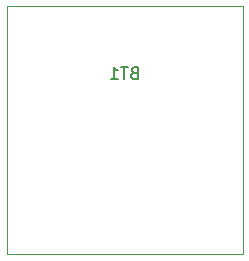
<source format=gbr>
%TF.GenerationSoftware,KiCad,Pcbnew,(6.0.11)*%
%TF.CreationDate,2023-09-04T13:57:40-04:00*%
%TF.ProjectId,BlinkyProject,426c696e-6b79-4507-926f-6a6563742e6b,rev?*%
%TF.SameCoordinates,Original*%
%TF.FileFunction,Legend,Bot*%
%TF.FilePolarity,Positive*%
%FSLAX46Y46*%
G04 Gerber Fmt 4.6, Leading zero omitted, Abs format (unit mm)*
G04 Created by KiCad (PCBNEW (6.0.11)) date 2023-09-04 13:57:40*
%MOMM*%
%LPD*%
G01*
G04 APERTURE LIST*
%ADD10C,0.150000*%
%ADD11C,0.100000*%
%ADD12C,0.090000*%
G04 APERTURE END LIST*
D10*
%TO.C,BT1*%
X167060714Y-116133571D02*
X166917857Y-116181190D01*
X166870238Y-116228809D01*
X166822619Y-116324047D01*
X166822619Y-116466904D01*
X166870238Y-116562142D01*
X166917857Y-116609761D01*
X167013095Y-116657380D01*
X167394047Y-116657380D01*
X167394047Y-115657380D01*
X167060714Y-115657380D01*
X166965476Y-115705000D01*
X166917857Y-115752619D01*
X166870238Y-115847857D01*
X166870238Y-115943095D01*
X166917857Y-116038333D01*
X166965476Y-116085952D01*
X167060714Y-116133571D01*
X167394047Y-116133571D01*
X166536904Y-115657380D02*
X165965476Y-115657380D01*
X166251190Y-116657380D02*
X166251190Y-115657380D01*
X165108333Y-116657380D02*
X165679761Y-116657380D01*
X165394047Y-116657380D02*
X165394047Y-115657380D01*
X165489285Y-115800238D01*
X165584523Y-115895476D01*
X165679761Y-115943095D01*
D11*
X156275000Y-110505000D02*
X156275000Y-131505000D01*
D12*
X156275000Y-131505000D02*
X176275000Y-131505000D01*
D11*
X176275000Y-131505000D02*
X176275000Y-110505000D01*
X176275000Y-110505000D02*
X156275000Y-110505000D01*
%TD*%
M02*

</source>
